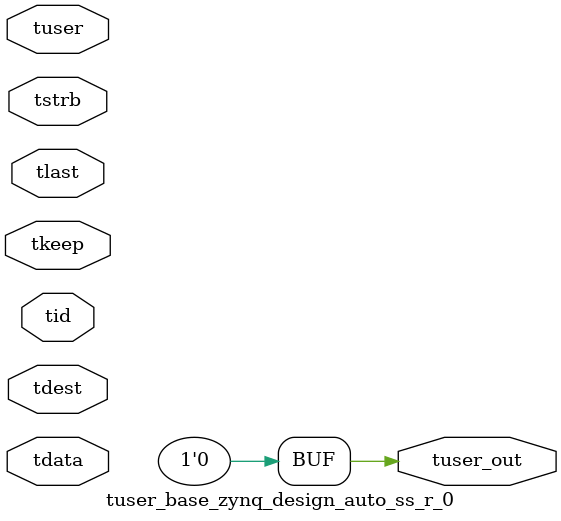
<source format=v>


`timescale 1ps/1ps

module tuser_base_zynq_design_auto_ss_r_0 #
(
parameter C_S_AXIS_TUSER_WIDTH = 1,
parameter C_S_AXIS_TDATA_WIDTH = 32,
parameter C_S_AXIS_TID_WIDTH   = 0,
parameter C_S_AXIS_TDEST_WIDTH = 0,
parameter C_M_AXIS_TUSER_WIDTH = 1
)
(
input  [(C_S_AXIS_TUSER_WIDTH == 0 ? 1 : C_S_AXIS_TUSER_WIDTH)-1:0     ] tuser,
input  [(C_S_AXIS_TDATA_WIDTH == 0 ? 1 : C_S_AXIS_TDATA_WIDTH)-1:0     ] tdata,
input  [(C_S_AXIS_TID_WIDTH   == 0 ? 1 : C_S_AXIS_TID_WIDTH)-1:0       ] tid,
input  [(C_S_AXIS_TDEST_WIDTH == 0 ? 1 : C_S_AXIS_TDEST_WIDTH)-1:0     ] tdest,
input  [(C_S_AXIS_TDATA_WIDTH/8)-1:0 ] tkeep,
input  [(C_S_AXIS_TDATA_WIDTH/8)-1:0 ] tstrb,
input                                                                    tlast,
output [C_M_AXIS_TUSER_WIDTH-1:0] tuser_out
);

assign tuser_out = {1'b0};

endmodule


</source>
